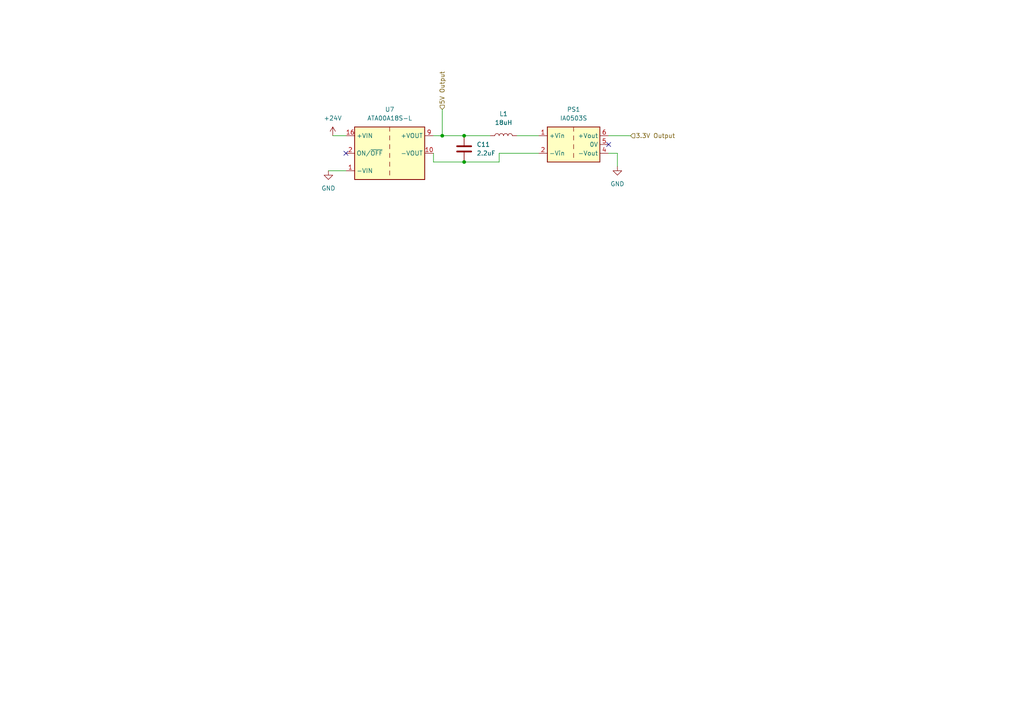
<source format=kicad_sch>
(kicad_sch (version 20211123) (generator eeschema)

  (uuid 5a8461ac-757d-4c57-923c-d8ce29e7ea2d)

  (paper "A4")

  (lib_symbols
    (symbol "Converter_DCDC:ATA00A18S-L" (in_bom yes) (on_board yes)
      (property "Reference" "U" (id 0) (at 0 11.43 0)
        (effects (font (size 1.27 1.27)))
      )
      (property "Value" "ATA00A18S-L" (id 1) (at 0 8.89 0)
        (effects (font (size 1.27 1.27)))
      )
      (property "Footprint" "Converter_DCDC:Converter_DCDC_Artesyn_ATA_SMD" (id 2) (at 0 -8.89 0)
        (effects (font (size 1.27 1.27) italic) hide)
      )
      (property "Datasheet" "https://www.artesyn.com/power/assets/ata_series_ds_01apr2015_79c25814fd.pdf" (id 3) (at 0 -11.43 0)
        (effects (font (size 1.27 1.27)) hide)
      )
      (property "ki_keywords" "DC/DC converter single" (id 4) (at 0 0 0)
        (effects (font (size 1.27 1.27)) hide)
      )
      (property "ki_description" "Artesyn 3W Isolated DC/DC Converter Module, 5V Output Voltage, 9-36V Input Voltage" (id 5) (at 0 0 0)
        (effects (font (size 1.27 1.27)) hide)
      )
      (property "ki_fp_filters" "*Artesyn*ATA*SMD*" (id 6) (at 0 0 0)
        (effects (font (size 1.27 1.27)) hide)
      )
      (symbol "ATA00A18S-L_0_1"
        (rectangle (start -10.16 7.62) (end 10.16 -7.62)
          (stroke (width 0.254) (type default) (color 0 0 0 0))
          (fill (type background))
        )
        (polyline
          (pts
            (xy 0 -5.08)
            (xy 0 -6.35)
          )
          (stroke (width 0) (type default) (color 0 0 0 0))
          (fill (type none))
        )
        (polyline
          (pts
            (xy 0 -2.54)
            (xy 0 -3.81)
          )
          (stroke (width 0) (type default) (color 0 0 0 0))
          (fill (type none))
        )
        (polyline
          (pts
            (xy 0 0)
            (xy 0 -1.27)
          )
          (stroke (width 0) (type default) (color 0 0 0 0))
          (fill (type none))
        )
        (polyline
          (pts
            (xy 0 2.54)
            (xy 0 1.27)
          )
          (stroke (width 0) (type default) (color 0 0 0 0))
          (fill (type none))
        )
        (polyline
          (pts
            (xy 0 5.08)
            (xy 0 3.81)
          )
          (stroke (width 0) (type default) (color 0 0 0 0))
          (fill (type none))
        )
        (polyline
          (pts
            (xy 0 7.62)
            (xy 0 6.35)
          )
          (stroke (width 0) (type default) (color 0 0 0 0))
          (fill (type none))
        )
      )
      (symbol "ATA00A18S-L_1_1"
        (pin power_in line (at -12.7 -5.08 0) (length 2.54)
          (name "-VIN" (effects (font (size 1.27 1.27))))
          (number "1" (effects (font (size 1.27 1.27))))
        )
        (pin power_out line (at 12.7 0 180) (length 2.54)
          (name "-VOUT" (effects (font (size 1.27 1.27))))
          (number "10" (effects (font (size 1.27 1.27))))
        )
        (pin power_in line (at -12.7 5.08 0) (length 2.54)
          (name "+VIN" (effects (font (size 1.27 1.27))))
          (number "16" (effects (font (size 1.27 1.27))))
        )
        (pin input line (at -12.7 0 0) (length 2.54)
          (name "ON/~{OFF}" (effects (font (size 1.27 1.27))))
          (number "2" (effects (font (size 1.27 1.27))))
        )
        (pin no_connect line (at 10.16 -2.54 180) (length 2.54) hide
          (name "NC" (effects (font (size 1.27 1.27))))
          (number "7" (effects (font (size 1.27 1.27))))
        )
        (pin no_connect line (at 10.16 -5.08 180) (length 2.54) hide
          (name "NC" (effects (font (size 1.27 1.27))))
          (number "8" (effects (font (size 1.27 1.27))))
        )
        (pin power_out line (at 12.7 5.08 180) (length 2.54)
          (name "+VOUT" (effects (font (size 1.27 1.27))))
          (number "9" (effects (font (size 1.27 1.27))))
        )
      )
    )
    (symbol "Converter_DCDC:IA0503S" (in_bom yes) (on_board yes)
      (property "Reference" "PS" (id 0) (at -7.62 6.35 0)
        (effects (font (size 1.27 1.27)) (justify left))
      )
      (property "Value" "IA0503S" (id 1) (at 1.27 6.35 0)
        (effects (font (size 1.27 1.27)) (justify left))
      )
      (property "Footprint" "Converter_DCDC:Converter_DCDC_XP_POWER-IAxxxxS_THT" (id 2) (at -26.67 -6.35 0)
        (effects (font (size 1.27 1.27)) (justify left) hide)
      )
      (property "Datasheet" "https://www.xppower.com/pdfs/SF_IA.pdf" (id 3) (at 26.67 -7.62 0)
        (effects (font (size 1.27 1.27)) (justify left) hide)
      )
      (property "ki_keywords" "XP_POWER DC/DC isolated Converter module" (id 4) (at 0 0 0)
        (effects (font (size 1.27 1.27)) hide)
      )
      (property "ki_description" "XP Power 1W, 1000 VDC Isolated DC/DC Converter Module, Dual Output Voltage ±3.3V, ±151mA, 5V Input Voltage, SIP" (id 5) (at 0 0 0)
        (effects (font (size 1.27 1.27)) hide)
      )
      (property "ki_fp_filters" "*XP?POWER?IAxxxxS*" (id 6) (at 0 0 0)
        (effects (font (size 1.27 1.27)) hide)
      )
      (symbol "IA0503S_0_0"
        (pin power_in line (at -10.16 2.54 0) (length 2.54)
          (name "+Vin" (effects (font (size 1.27 1.27))))
          (number "1" (effects (font (size 1.27 1.27))))
        )
        (pin power_in line (at -10.16 -2.54 0) (length 2.54)
          (name "-Vin" (effects (font (size 1.27 1.27))))
          (number "2" (effects (font (size 1.27 1.27))))
        )
        (pin power_out line (at 10.16 -2.54 180) (length 2.54)
          (name "-Vout" (effects (font (size 1.27 1.27))))
          (number "4" (effects (font (size 1.27 1.27))))
        )
        (pin power_out line (at 10.16 0 180) (length 2.54)
          (name "0V" (effects (font (size 1.27 1.27))))
          (number "5" (effects (font (size 1.27 1.27))))
        )
        (pin power_out line (at 10.16 2.54 180) (length 2.54)
          (name "+Vout" (effects (font (size 1.27 1.27))))
          (number "6" (effects (font (size 1.27 1.27))))
        )
      )
      (symbol "IA0503S_0_1"
        (rectangle (start -7.62 5.08) (end 7.62 -5.08)
          (stroke (width 0.254) (type default) (color 0 0 0 0))
          (fill (type background))
        )
        (polyline
          (pts
            (xy 0 -2.54)
            (xy 0 -3.81)
          )
          (stroke (width 0) (type default) (color 0 0 0 0))
          (fill (type none))
        )
        (polyline
          (pts
            (xy 0 0)
            (xy 0 -1.27)
          )
          (stroke (width 0) (type default) (color 0 0 0 0))
          (fill (type none))
        )
        (polyline
          (pts
            (xy 0 2.54)
            (xy 0 1.27)
          )
          (stroke (width 0) (type default) (color 0 0 0 0))
          (fill (type none))
        )
        (polyline
          (pts
            (xy 0 5.08)
            (xy 0 3.81)
          )
          (stroke (width 0) (type default) (color 0 0 0 0))
          (fill (type none))
        )
      )
    )
    (symbol "Device:C" (pin_numbers hide) (pin_names (offset 0.254)) (in_bom yes) (on_board yes)
      (property "Reference" "C" (id 0) (at 0.635 2.54 0)
        (effects (font (size 1.27 1.27)) (justify left))
      )
      (property "Value" "C" (id 1) (at 0.635 -2.54 0)
        (effects (font (size 1.27 1.27)) (justify left))
      )
      (property "Footprint" "" (id 2) (at 0.9652 -3.81 0)
        (effects (font (size 1.27 1.27)) hide)
      )
      (property "Datasheet" "~" (id 3) (at 0 0 0)
        (effects (font (size 1.27 1.27)) hide)
      )
      (property "ki_keywords" "cap capacitor" (id 4) (at 0 0 0)
        (effects (font (size 1.27 1.27)) hide)
      )
      (property "ki_description" "Unpolarized capacitor" (id 5) (at 0 0 0)
        (effects (font (size 1.27 1.27)) hide)
      )
      (property "ki_fp_filters" "C_*" (id 6) (at 0 0 0)
        (effects (font (size 1.27 1.27)) hide)
      )
      (symbol "C_0_1"
        (polyline
          (pts
            (xy -2.032 -0.762)
            (xy 2.032 -0.762)
          )
          (stroke (width 0.508) (type default) (color 0 0 0 0))
          (fill (type none))
        )
        (polyline
          (pts
            (xy -2.032 0.762)
            (xy 2.032 0.762)
          )
          (stroke (width 0.508) (type default) (color 0 0 0 0))
          (fill (type none))
        )
      )
      (symbol "C_1_1"
        (pin passive line (at 0 3.81 270) (length 2.794)
          (name "~" (effects (font (size 1.27 1.27))))
          (number "1" (effects (font (size 1.27 1.27))))
        )
        (pin passive line (at 0 -3.81 90) (length 2.794)
          (name "~" (effects (font (size 1.27 1.27))))
          (number "2" (effects (font (size 1.27 1.27))))
        )
      )
    )
    (symbol "Device:L" (pin_numbers hide) (pin_names (offset 1.016) hide) (in_bom yes) (on_board yes)
      (property "Reference" "L" (id 0) (at -1.27 0 90)
        (effects (font (size 1.27 1.27)))
      )
      (property "Value" "L" (id 1) (at 1.905 0 90)
        (effects (font (size 1.27 1.27)))
      )
      (property "Footprint" "" (id 2) (at 0 0 0)
        (effects (font (size 1.27 1.27)) hide)
      )
      (property "Datasheet" "~" (id 3) (at 0 0 0)
        (effects (font (size 1.27 1.27)) hide)
      )
      (property "ki_keywords" "inductor choke coil reactor magnetic" (id 4) (at 0 0 0)
        (effects (font (size 1.27 1.27)) hide)
      )
      (property "ki_description" "Inductor" (id 5) (at 0 0 0)
        (effects (font (size 1.27 1.27)) hide)
      )
      (property "ki_fp_filters" "Choke_* *Coil* Inductor_* L_*" (id 6) (at 0 0 0)
        (effects (font (size 1.27 1.27)) hide)
      )
      (symbol "L_0_1"
        (arc (start 0 -2.54) (mid 0.635 -1.905) (end 0 -1.27)
          (stroke (width 0) (type default) (color 0 0 0 0))
          (fill (type none))
        )
        (arc (start 0 -1.27) (mid 0.635 -0.635) (end 0 0)
          (stroke (width 0) (type default) (color 0 0 0 0))
          (fill (type none))
        )
        (arc (start 0 0) (mid 0.635 0.635) (end 0 1.27)
          (stroke (width 0) (type default) (color 0 0 0 0))
          (fill (type none))
        )
        (arc (start 0 1.27) (mid 0.635 1.905) (end 0 2.54)
          (stroke (width 0) (type default) (color 0 0 0 0))
          (fill (type none))
        )
      )
      (symbol "L_1_1"
        (pin passive line (at 0 3.81 270) (length 1.27)
          (name "1" (effects (font (size 1.27 1.27))))
          (number "1" (effects (font (size 1.27 1.27))))
        )
        (pin passive line (at 0 -3.81 90) (length 1.27)
          (name "2" (effects (font (size 1.27 1.27))))
          (number "2" (effects (font (size 1.27 1.27))))
        )
      )
    )
    (symbol "power:+24V" (power) (pin_names (offset 0)) (in_bom yes) (on_board yes)
      (property "Reference" "#PWR" (id 0) (at 0 -3.81 0)
        (effects (font (size 1.27 1.27)) hide)
      )
      (property "Value" "+24V" (id 1) (at 0 3.556 0)
        (effects (font (size 1.27 1.27)))
      )
      (property "Footprint" "" (id 2) (at 0 0 0)
        (effects (font (size 1.27 1.27)) hide)
      )
      (property "Datasheet" "" (id 3) (at 0 0 0)
        (effects (font (size 1.27 1.27)) hide)
      )
      (property "ki_keywords" "power-flag" (id 4) (at 0 0 0)
        (effects (font (size 1.27 1.27)) hide)
      )
      (property "ki_description" "Power symbol creates a global label with name \"+24V\"" (id 5) (at 0 0 0)
        (effects (font (size 1.27 1.27)) hide)
      )
      (symbol "+24V_0_1"
        (polyline
          (pts
            (xy -0.762 1.27)
            (xy 0 2.54)
          )
          (stroke (width 0) (type default) (color 0 0 0 0))
          (fill (type none))
        )
        (polyline
          (pts
            (xy 0 0)
            (xy 0 2.54)
          )
          (stroke (width 0) (type default) (color 0 0 0 0))
          (fill (type none))
        )
        (polyline
          (pts
            (xy 0 2.54)
            (xy 0.762 1.27)
          )
          (stroke (width 0) (type default) (color 0 0 0 0))
          (fill (type none))
        )
      )
      (symbol "+24V_1_1"
        (pin power_in line (at 0 0 90) (length 0) hide
          (name "+24V" (effects (font (size 1.27 1.27))))
          (number "1" (effects (font (size 1.27 1.27))))
        )
      )
    )
    (symbol "power:GND" (power) (pin_names (offset 0)) (in_bom yes) (on_board yes)
      (property "Reference" "#PWR" (id 0) (at 0 -6.35 0)
        (effects (font (size 1.27 1.27)) hide)
      )
      (property "Value" "GND" (id 1) (at 0 -3.81 0)
        (effects (font (size 1.27 1.27)))
      )
      (property "Footprint" "" (id 2) (at 0 0 0)
        (effects (font (size 1.27 1.27)) hide)
      )
      (property "Datasheet" "" (id 3) (at 0 0 0)
        (effects (font (size 1.27 1.27)) hide)
      )
      (property "ki_keywords" "power-flag" (id 4) (at 0 0 0)
        (effects (font (size 1.27 1.27)) hide)
      )
      (property "ki_description" "Power symbol creates a global label with name \"GND\" , ground" (id 5) (at 0 0 0)
        (effects (font (size 1.27 1.27)) hide)
      )
      (symbol "GND_0_1"
        (polyline
          (pts
            (xy 0 0)
            (xy 0 -1.27)
            (xy 1.27 -1.27)
            (xy 0 -2.54)
            (xy -1.27 -1.27)
            (xy 0 -1.27)
          )
          (stroke (width 0) (type default) (color 0 0 0 0))
          (fill (type none))
        )
      )
      (symbol "GND_1_1"
        (pin power_in line (at 0 0 270) (length 0) hide
          (name "GND" (effects (font (size 1.27 1.27))))
          (number "1" (effects (font (size 1.27 1.27))))
        )
      )
    )
  )

  (junction (at 128.27 39.37) (diameter 0) (color 0 0 0 0)
    (uuid 176eac3c-63bb-4f0d-9680-6ea8904a1464)
  )
  (junction (at 134.62 39.37) (diameter 0) (color 0 0 0 0)
    (uuid 712626ec-4ec7-43c6-b4e7-63e0cb823979)
  )
  (junction (at 134.62 46.99) (diameter 0) (color 0 0 0 0)
    (uuid cafab64e-393e-4297-a299-5495d2825860)
  )

  (no_connect (at 100.33 44.45) (uuid bb319a3e-761a-450c-8050-fbfd34b0ac42))
  (no_connect (at 176.53 41.91) (uuid dc4e130a-21b1-48c2-8e3d-f7549bb34877))

  (wire (pts (xy 125.73 46.99) (xy 125.73 44.45))
    (stroke (width 0) (type default) (color 0 0 0 0))
    (uuid 0f366fa2-d0b2-42da-9cf0-5ae7e7d725f0)
  )
  (wire (pts (xy 128.27 31.75) (xy 128.27 39.37))
    (stroke (width 0) (type default) (color 0 0 0 0))
    (uuid 172f3583-cb17-4163-a967-c41d3827ed2e)
  )
  (wire (pts (xy 134.62 39.37) (xy 142.24 39.37))
    (stroke (width 0) (type default) (color 0 0 0 0))
    (uuid 1ce28cde-d2ea-41a7-a59b-a9a2ac147d9d)
  )
  (wire (pts (xy 144.78 44.45) (xy 144.78 46.99))
    (stroke (width 0) (type default) (color 0 0 0 0))
    (uuid 1d924cbe-8558-4c47-aa73-886882f0c851)
  )
  (wire (pts (xy 176.53 44.45) (xy 179.07 44.45))
    (stroke (width 0) (type default) (color 0 0 0 0))
    (uuid 244718a8-9e80-43f0-9bff-40faba770bf2)
  )
  (wire (pts (xy 125.73 39.37) (xy 128.27 39.37))
    (stroke (width 0) (type default) (color 0 0 0 0))
    (uuid 2b2941ad-b607-4318-ba35-89e595e957dd)
  )
  (wire (pts (xy 134.62 46.99) (xy 125.73 46.99))
    (stroke (width 0) (type default) (color 0 0 0 0))
    (uuid 2e87f999-9e25-47cf-93e5-3ad8e44bdf06)
  )
  (wire (pts (xy 96.52 39.37) (xy 100.33 39.37))
    (stroke (width 0) (type default) (color 0 0 0 0))
    (uuid 492b1d98-171c-43ca-8a1f-d2c2fd487099)
  )
  (wire (pts (xy 179.07 44.45) (xy 179.07 48.26))
    (stroke (width 0) (type default) (color 0 0 0 0))
    (uuid 6071132c-07fb-4d91-ac24-dd88fc64533a)
  )
  (wire (pts (xy 144.78 46.99) (xy 134.62 46.99))
    (stroke (width 0) (type default) (color 0 0 0 0))
    (uuid 989bdc10-0d8b-4f41-8fe3-b431dce60284)
  )
  (wire (pts (xy 149.86 39.37) (xy 156.21 39.37))
    (stroke (width 0) (type default) (color 0 0 0 0))
    (uuid a9b07f39-6325-4ed6-b90c-4a52bf3f1c93)
  )
  (wire (pts (xy 156.21 44.45) (xy 144.78 44.45))
    (stroke (width 0) (type default) (color 0 0 0 0))
    (uuid b4e1aa5d-bccc-4010-81db-c538a7244e44)
  )
  (wire (pts (xy 176.53 39.37) (xy 182.88 39.37))
    (stroke (width 0) (type default) (color 0 0 0 0))
    (uuid c120e901-24f0-4f43-96a0-befd2f20033f)
  )
  (wire (pts (xy 95.25 49.53) (xy 100.33 49.53))
    (stroke (width 0) (type default) (color 0 0 0 0))
    (uuid d15472fd-d53a-4a08-abfc-5f095e68d84f)
  )
  (wire (pts (xy 128.27 39.37) (xy 134.62 39.37))
    (stroke (width 0) (type default) (color 0 0 0 0))
    (uuid deea339a-25a7-438c-99fe-daedc72c5bd4)
  )

  (hierarchical_label "3.3V Output" (shape input) (at 182.88 39.37 0)
    (effects (font (size 1.27 1.27)) (justify left))
    (uuid 1682f4fc-d370-4a9b-b01e-1f05af66b480)
  )
  (hierarchical_label "5V Output" (shape input) (at 128.27 31.75 90)
    (effects (font (size 1.27 1.27)) (justify left))
    (uuid 592e4ef8-57a1-4adc-a0a7-5165e6a340d9)
  )

  (symbol (lib_id "Device:C") (at 134.62 43.18 0) (unit 1)
    (in_bom yes) (on_board yes) (fields_autoplaced)
    (uuid 345ec991-729d-4860-a9f8-10bfd759dc9e)
    (property "Reference" "C11" (id 0) (at 138.235 41.9099 0)
      (effects (font (size 1.27 1.27)) (justify left))
    )
    (property "Value" "2.2uF" (id 1) (at 138.235 44.4499 0)
      (effects (font (size 1.27 1.27)) (justify left))
    )
    (property "Footprint" "Capacitor_SMD:C_0603_1608Metric" (id 2) (at 135.5852 46.99 0)
      (effects (font (size 1.27 1.27)) hide)
    )
    (property "Datasheet" "~" (id 3) (at 134.62 43.18 0)
      (effects (font (size 1.27 1.27)) hide)
    )
    (pin "1" (uuid 96b70e00-7590-4e09-a7b2-21ba3e245034))
    (pin "2" (uuid 7f95a58e-fd89-4e82-9ac9-e41995dc50cd))
  )

  (symbol (lib_id "Converter_DCDC:ATA00A18S-L") (at 113.03 44.45 0) (unit 1)
    (in_bom yes) (on_board yes) (fields_autoplaced)
    (uuid 374b6c2a-f9b0-48f7-a907-410dc1a2bbd8)
    (property "Reference" "U7" (id 0) (at 113.03 31.75 0))
    (property "Value" "ATA00A18S-L" (id 1) (at 113.03 34.29 0))
    (property "Footprint" "Converter_DCDC:Converter_DCDC_Artesyn_ATA_SMD" (id 2) (at 113.03 53.34 0)
      (effects (font (size 1.27 1.27) italic) hide)
    )
    (property "Datasheet" "https://www.artesyn.com/power/assets/ata_series_ds_01apr2015_79c25814fd.pdf" (id 3) (at 113.03 55.88 0)
      (effects (font (size 1.27 1.27)) hide)
    )
    (pin "1" (uuid 08d4db45-87cc-4dc4-a8d6-9b4b93c84249))
    (pin "10" (uuid 5ef4feb5-1004-4a8e-94fc-fabb78a5f595))
    (pin "16" (uuid b7f9bbf4-8738-4ba5-851f-22711ffe79aa))
    (pin "2" (uuid 91e9964d-33a3-492b-b80f-00304c63fb30))
    (pin "7" (uuid d8402c89-8a9e-4d06-8099-5d5cbda2c58f))
    (pin "8" (uuid 2ec47d83-a695-4bbf-b353-7176982d2996))
    (pin "9" (uuid 50635ef9-201d-485f-accb-963ae162173e))
  )

  (symbol (lib_id "power:+24V") (at 96.52 39.37 0) (unit 1)
    (in_bom yes) (on_board yes) (fields_autoplaced)
    (uuid 9073b33b-9874-4844-a402-50bead24a907)
    (property "Reference" "#PWR035" (id 0) (at 96.52 43.18 0)
      (effects (font (size 1.27 1.27)) hide)
    )
    (property "Value" "+24V" (id 1) (at 96.52 34.29 0))
    (property "Footprint" "" (id 2) (at 96.52 39.37 0)
      (effects (font (size 1.27 1.27)) hide)
    )
    (property "Datasheet" "" (id 3) (at 96.52 39.37 0)
      (effects (font (size 1.27 1.27)) hide)
    )
    (pin "1" (uuid 965c19b6-167e-48ec-b160-b2cfb36a9e90))
  )

  (symbol (lib_id "Device:L") (at 146.05 39.37 90) (unit 1)
    (in_bom yes) (on_board yes) (fields_autoplaced)
    (uuid bed6f2c3-5d95-4fe7-8cd0-1df4efae4130)
    (property "Reference" "L1" (id 0) (at 146.05 33.02 90))
    (property "Value" "18uH" (id 1) (at 146.05 35.56 90))
    (property "Footprint" "Inductor_SMD:L_0603_1608Metric" (id 2) (at 146.05 39.37 0)
      (effects (font (size 1.27 1.27)) hide)
    )
    (property "Datasheet" "~" (id 3) (at 146.05 39.37 0)
      (effects (font (size 1.27 1.27)) hide)
    )
    (pin "1" (uuid 9b95f92a-f411-4ea5-9da0-0395d976a9d3))
    (pin "2" (uuid 9b58fb12-9381-4b4d-84b4-05ba844a451a))
  )

  (symbol (lib_id "power:GND") (at 95.25 49.53 0) (unit 1)
    (in_bom yes) (on_board yes) (fields_autoplaced)
    (uuid cf23fc8c-54c6-44e3-b63b-b083abf61b00)
    (property "Reference" "#PWR034" (id 0) (at 95.25 55.88 0)
      (effects (font (size 1.27 1.27)) hide)
    )
    (property "Value" "GND" (id 1) (at 95.25 54.61 0))
    (property "Footprint" "" (id 2) (at 95.25 49.53 0)
      (effects (font (size 1.27 1.27)) hide)
    )
    (property "Datasheet" "" (id 3) (at 95.25 49.53 0)
      (effects (font (size 1.27 1.27)) hide)
    )
    (pin "1" (uuid 935f07df-f012-4231-bfc8-f75d5a1b1614))
  )

  (symbol (lib_id "power:GND") (at 179.07 48.26 0) (unit 1)
    (in_bom yes) (on_board yes) (fields_autoplaced)
    (uuid d1fa5e2d-5856-476b-9d31-00c87d98f770)
    (property "Reference" "#PWR036" (id 0) (at 179.07 54.61 0)
      (effects (font (size 1.27 1.27)) hide)
    )
    (property "Value" "GND" (id 1) (at 179.07 53.34 0))
    (property "Footprint" "" (id 2) (at 179.07 48.26 0)
      (effects (font (size 1.27 1.27)) hide)
    )
    (property "Datasheet" "" (id 3) (at 179.07 48.26 0)
      (effects (font (size 1.27 1.27)) hide)
    )
    (pin "1" (uuid d77c1dff-0d77-4d2d-8693-3f1fe0884101))
  )

  (symbol (lib_id "Converter_DCDC:IA0503S") (at 166.37 41.91 0) (unit 1)
    (in_bom yes) (on_board yes) (fields_autoplaced)
    (uuid e3b9aae1-e8ac-486f-8c3f-c0e4dcbc5f67)
    (property "Reference" "PS1" (id 0) (at 166.37 31.75 0))
    (property "Value" "IA0503S" (id 1) (at 166.37 34.29 0))
    (property "Footprint" "Converter_DCDC:Converter_DCDC_XP_POWER-IAxxxxS_THT" (id 2) (at 139.7 48.26 0)
      (effects (font (size 1.27 1.27)) (justify left) hide)
    )
    (property "Datasheet" "https://www.xppower.com/pdfs/SF_IA.pdf" (id 3) (at 193.04 49.53 0)
      (effects (font (size 1.27 1.27)) (justify left) hide)
    )
    (pin "1" (uuid 62524101-65f2-4b3f-9f0a-eeb9db08efe2))
    (pin "2" (uuid 4cf98a6f-30ea-4f1d-8c02-f2b74cef934a))
    (pin "4" (uuid 50d9613c-56f2-4b21-a4b2-9ff704c49045))
    (pin "5" (uuid ac00e071-daff-4639-96e8-6691a70b9b93))
    (pin "6" (uuid f059ed89-8466-43e9-9d18-164f35415174))
  )
)

</source>
